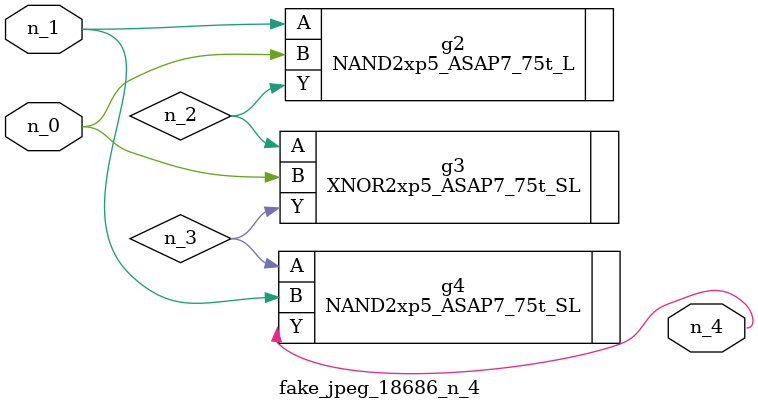
<source format=v>
module fake_jpeg_18686_n_4 (n_0, n_1, n_4);

input n_0;
input n_1;

output n_4;

wire n_2;
wire n_3;

NAND2xp5_ASAP7_75t_L g2 ( 
.A(n_1),
.B(n_0),
.Y(n_2)
);

XNOR2xp5_ASAP7_75t_SL g3 ( 
.A(n_2),
.B(n_0),
.Y(n_3)
);

NAND2xp5_ASAP7_75t_SL g4 ( 
.A(n_3),
.B(n_1),
.Y(n_4)
);


endmodule
</source>
